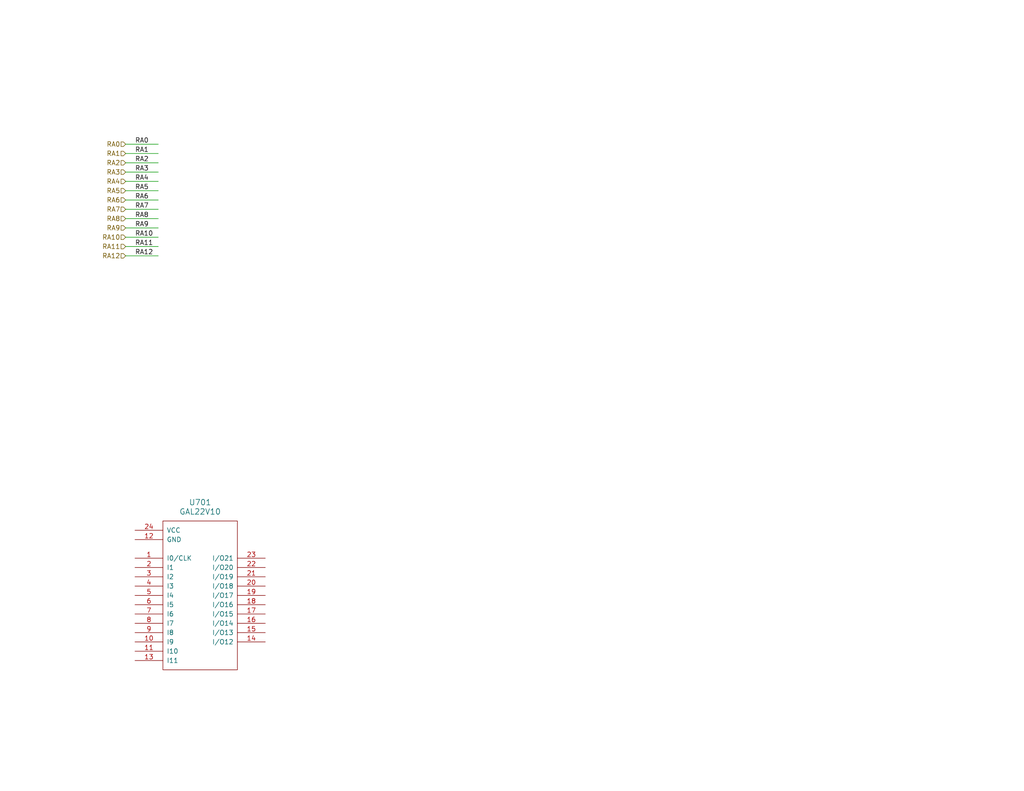
<source format=kicad_sch>
(kicad_sch (version 20231120) (generator "eeschema") (generator_version "8.0")
  (paper "USLetter")
  (title_block (title "Fetch data from VRAM") (company "daveho hacks"))
  (lib_symbols
    (symbol "power:GND" (power) (pin_numbers hide) (pin_names (offset 0) hide)
      (property "Value" "GND" (at 0 -3.81 0))
      (symbol "GND_0_1"
        (polyline (pts (xy 0 0) (xy 0 -1.27) (xy 1.27 -1.27) (xy 0 -2.54) (xy -1.27 -1.27) (xy 0 -1.27)))
      )
      (symbol "GND_1_1"
        (pin power_in line (at 0 0 270) (length 0) (name "~") (number "1"))
      )
    )
    (symbol "ya68k:GAL22V10" (pin_names (offset 1.016))
      (property "Reference" "U" (at -1.27 20.32 0))
      (property "Value" "GAL22V10" (at 0 -24.13 0))
      (symbol "GAL22V10_0_1"
        (rectangle (start -10.16 19.05) (end 10.16 -21.59))
      )
      (symbol "GAL22V10_1_1"
        (pin input line (at -17.78 8.89 0) (length 7.62) (name "I0/CLK") (number "1"))
        (pin input line (at -17.78 -13.97 0) (length 7.62) (name "I9") (number "10"))
        (pin input line (at -17.78 -16.51 0) (length 7.62) (name "I10") (number "11"))
        (pin power_in line (at -17.78 13.97 0) (length 7.62) (name "GND") (number "12"))
        (pin input line (at -17.78 -19.05 0) (length 7.62) (name "I11") (number "13"))
        (pin bidirectional line (at 17.78 -13.97 180) (length 7.62) (name "I/O12") (number "14"))
        (pin bidirectional line (at 17.78 -11.43 180) (length 7.62) (name "I/O13") (number "15"))
        (pin bidirectional line (at 17.78 -8.89 180) (length 7.62) (name "I/O14") (number "16"))
        (pin bidirectional line (at 17.78 -6.35 180) (length 7.62) (name "I/O15") (number "17"))
        (pin bidirectional line (at 17.78 -3.81 180) (length 7.62) (name "I/O16") (number "18"))
        (pin bidirectional line (at 17.78 -1.27 180) (length 7.62) (name "I/O17") (number "19"))
        (pin input line (at -17.78 6.35 0) (length 7.62) (name "I1") (number "2"))
        (pin bidirectional line (at 17.78 1.27 180) (length 7.62) (name "I/O18") (number "20"))
        (pin bidirectional line (at 17.78 3.81 180) (length 7.62) (name "I/O19") (number "21"))
        (pin bidirectional line (at 17.78 6.35 180) (length 7.62) (name "I/O20") (number "22"))
        (pin bidirectional line (at 17.78 8.89 180) (length 7.62) (name "I/O21") (number "23"))
        (pin power_in line (at -17.78 16.51 0) (length 7.62) (name "VCC") (number "24"))
        (pin input line (at -17.78 3.81 0) (length 7.62) (name "I2") (number "3"))
        (pin input line (at -17.78 1.27 0) (length 7.62) (name "I3") (number "4"))
        (pin input line (at -17.78 -1.27 0) (length 7.62) (name "I4") (number "5"))
        (pin input line (at -17.78 -3.81 0) (length 7.62) (name "I5") (number "6"))
        (pin input line (at -17.78 -6.35 0) (length 7.62) (name "I6") (number "7"))
        (pin input line (at -17.78 -8.89 0) (length 7.62) (name "I7") (number "8"))
        (pin input line (at -17.78 -11.43 0) (length 7.62) (name "I8") (number "9"))
      )
    )
  )
  (wire (pts (xy 34.29 44.45) (xy 43.18 44.45)))
  (wire (pts (xy 34.29 39.37) (xy 43.18 39.37)))
  (wire (pts (xy 34.29 59.69) (xy 43.18 59.69)))
  (wire (pts (xy 34.29 69.85) (xy 43.18 69.85)))
  (wire (pts (xy 34.29 52.07) (xy 43.18 52.07)))
  (wire (pts (xy 34.29 46.99) (xy 43.18 46.99)))
  (wire (pts (xy 34.29 57.15) (xy 43.18 57.15)))
  (wire (pts (xy 34.29 64.77) (xy 43.18 64.77)))
  (wire (pts (xy 34.29 62.23) (xy 43.18 62.23)))
  (wire (pts (xy 34.29 67.31) (xy 43.18 67.31)))
  (wire (pts (xy 34.29 41.91) (xy 43.18 41.91)))
  (wire (pts (xy 34.29 54.61) (xy 43.18 54.61)))
  (wire (pts (xy 34.29 49.53) (xy 43.18 49.53)))
  (label "RA8" (at 36.83 59.69 0))
  (label "RA6" (at 36.83 54.61 0))
  (label "RA9" (at 36.83 62.23 0))
  (label "RA5" (at 36.83 52.07 0))
  (label "RA12" (at 36.83 69.85 0))
  (label "RA4" (at 36.83 49.53 0))
  (label "RA0" (at 36.83 39.37 0))
  (label "RA10" (at 36.83 64.77 0))
  (label "RA11" (at 36.83 67.31 0))
  (label "RA2" (at 36.83 44.45 0))
  (label "RA3" (at 36.83 46.99 0))
  (label "RA1" (at 36.83 41.91 0))
  (label "RA7" (at 36.83 57.15 0))
  (hierarchical_label "RA10" (shape input) (at 34.29 64.77 180))
  (hierarchical_label "RA5" (shape input) (at 34.29 52.07 180))
  (hierarchical_label "RA9" (shape input) (at 34.29 62.23 180))
  (hierarchical_label "RA2" (shape input) (at 34.29 44.45 180))
  (hierarchical_label "RA12" (shape input) (at 34.29 69.85 180))
  (hierarchical_label "RA0" (shape input) (at 34.29 39.37 180))
  (hierarchical_label "RA3" (shape input) (at 34.29 46.99 180))
  (hierarchical_label "RA4" (shape input) (at 34.29 49.53 180))
  (hierarchical_label "RA7" (shape input) (at 34.29 57.15 180))
  (hierarchical_label "RA11" (shape input) (at 34.29 67.31 180))
  (hierarchical_label "RA1" (shape input) (at 34.29 41.91 180))
  (hierarchical_label "RA6" (shape input) (at 34.29 54.61 180))
  (hierarchical_label "RA8" (shape input) (at 34.29 59.69 180))
  (symbol (lib_id "power:GND") (at 300.99 24.13 0) (unit 1)
    (property "Reference" "#PWR084" (effects (hide yes)))
    (property "Value" "GND" (at 300.99 29.21 0))
    (property "Description" "Power symbol creates a global label with name \"GND\" , ground" (effects (hide yes)))
  )
  (symbol (lib_id "ya68k:GAL22V10") (at 54.61 161.29 0) (unit 1)
    (property "Reference" "U701" (at 54.61 137.16 0) (effects (font (size 1.524 1.524))))
    (property "Value" "GAL22V10" (at 54.61 139.7 0) (effects (font (size 1.524 1.524))))
  )
)
</source>
